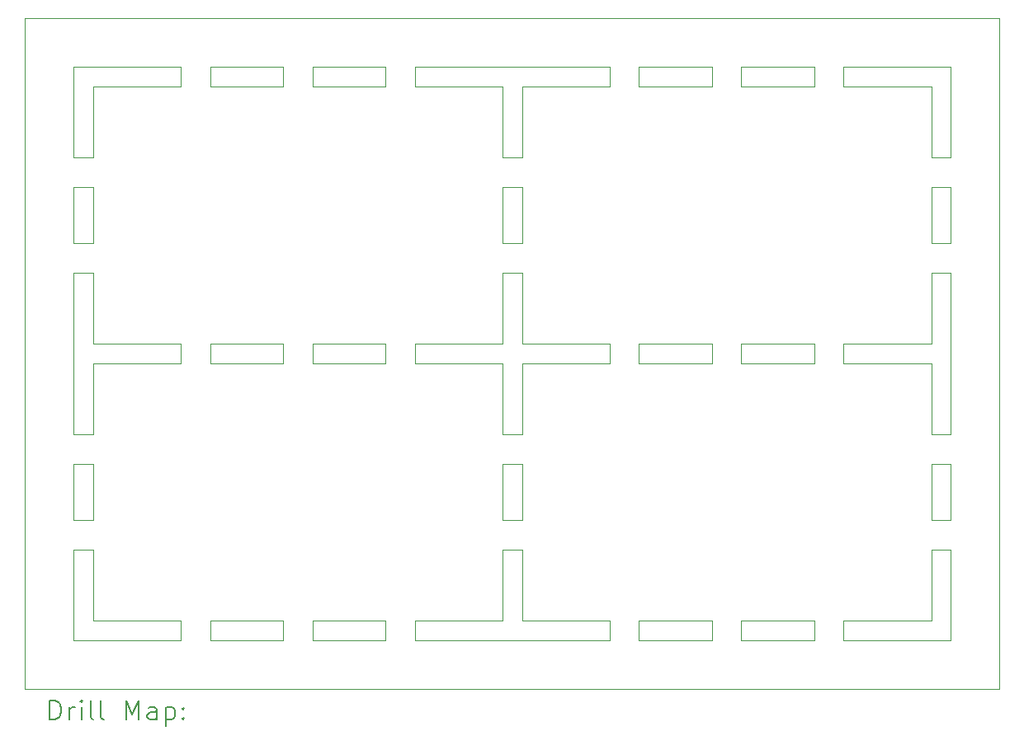
<source format=gbr>
%TF.GenerationSoftware,KiCad,Pcbnew,9.0.4*%
%TF.CreationDate,2025-08-20T18:17:53-04:00*%
%TF.ProjectId,jlc_pcba,6a6c635f-7063-4626-912e-6b696361645f,rev?*%
%TF.SameCoordinates,Original*%
%TF.FileFunction,Drillmap*%
%TF.FilePolarity,Positive*%
%FSLAX45Y45*%
G04 Gerber Fmt 4.5, Leading zero omitted, Abs format (unit mm)*
G04 Created by KiCad (PCBNEW 9.0.4) date 2025-08-20 18:17:53*
%MOMM*%
%LPD*%
G01*
G04 APERTURE LIST*
%ADD10C,0.100000*%
%ADD11C,0.200000*%
G04 APERTURE END LIST*
D10*
X7350000Y-6192000D02*
X8100000Y-6192000D01*
X5100000Y-3346000D02*
X6000000Y-3346000D01*
X500000Y-2314000D02*
X500000Y-1732000D01*
X6300000Y-6192000D02*
X7050000Y-6192000D01*
X6000000Y-3546000D02*
X5100000Y-3546000D01*
X700000Y-4578000D02*
X700000Y-5160000D01*
X5100000Y-4578000D02*
X5100000Y-5160000D01*
X700000Y-5460000D02*
X700000Y-6192000D01*
X4999900Y-5460000D02*
X5000100Y-5460000D01*
X700000Y-5160000D02*
X500000Y-5160000D01*
X9500000Y-5460000D02*
X9500000Y-6392000D01*
X8400000Y-3445900D02*
X8400000Y-3346000D01*
X7350000Y-3446100D02*
X7350000Y-3445900D01*
X5000100Y-5160000D02*
X4999900Y-5160000D01*
X3700000Y-700000D02*
X2950000Y-700000D01*
X500000Y-5160000D02*
X500000Y-4578000D01*
X7050000Y-3446100D02*
X7050000Y-3546000D01*
X2950000Y-3445900D02*
X2950000Y-3346000D01*
X9300000Y-5160000D02*
X9300000Y-4578000D01*
X5100000Y-1432000D02*
X5000100Y-1432000D01*
X8100000Y-6392000D02*
X7350000Y-6392000D01*
X9300000Y-1732000D02*
X9500000Y-1732000D01*
X7350000Y-6392000D02*
X7350000Y-6192000D01*
X700000Y-700000D02*
X700000Y-1432000D01*
X7050000Y-3546000D02*
X6300000Y-3546000D01*
X6300000Y-500000D02*
X7050000Y-500000D01*
X700000Y-3546000D02*
X700000Y-4278000D01*
X7050000Y-3445900D02*
X7050000Y-3446100D01*
X8400000Y-3546000D02*
X8400000Y-3446100D01*
X6300000Y-3346000D02*
X7050000Y-3346000D01*
X1600000Y-500000D02*
X1600000Y-700000D01*
X6000000Y-6392000D02*
X4000000Y-6392000D01*
X700000Y-1432000D02*
X500000Y-1432000D01*
X5000100Y-2614000D02*
X5100000Y-2614000D01*
X4900000Y-700000D02*
X4000000Y-700000D01*
X4999900Y-4578000D02*
X5000100Y-4578000D01*
X3700000Y-3546000D02*
X2950000Y-3546000D01*
X2950000Y-3546000D02*
X2950000Y-3446100D01*
X2650000Y-3446100D02*
X2650000Y-3546000D01*
X7350000Y-700000D02*
X7350000Y-500000D01*
X4000000Y-3445900D02*
X4000000Y-3346000D01*
X5100000Y-700000D02*
X5100000Y-1432000D01*
X4900000Y-4578000D02*
X4999900Y-4578000D01*
X9500000Y-1732000D02*
X9500000Y-2314000D01*
X2950000Y-700000D02*
X2950000Y-500000D01*
X5100000Y-1732000D02*
X5100000Y-2314000D01*
X4000000Y-700000D02*
X4000000Y-500000D01*
X1600000Y-3346000D02*
X1600000Y-3445900D01*
X1600000Y-3446100D02*
X1600000Y-3546000D01*
X8400000Y-700000D02*
X8400000Y-500000D01*
X5100000Y-3546000D02*
X5100000Y-4278000D01*
X700000Y-4278000D02*
X500000Y-4278000D01*
X5000100Y-5460000D02*
X5100000Y-5460000D01*
X1900000Y-3446100D02*
X1900000Y-3445900D01*
X500000Y-500000D02*
X1600000Y-500000D01*
X500000Y-4578000D02*
X700000Y-4578000D01*
X8400000Y-500000D02*
X9500000Y-500000D01*
X700000Y-6192000D02*
X1600000Y-6192000D01*
X6300000Y-3446100D02*
X6300000Y-3445900D01*
X2650000Y-500000D02*
X2650000Y-700000D01*
X2950000Y-6392000D02*
X2950000Y-6192000D01*
X3700000Y-3446100D02*
X3700000Y-3546000D01*
X7050000Y-3346000D02*
X7050000Y-3445900D01*
X4900000Y-5460000D02*
X4999900Y-5460000D01*
X9500000Y-2614000D02*
X9500000Y-4278000D01*
X6000000Y-3446100D02*
X6000000Y-3546000D01*
X2650000Y-3546000D02*
X1900000Y-3546000D01*
X2650000Y-6192000D02*
X2650000Y-6392000D01*
X5100000Y-6192000D02*
X6000000Y-6192000D01*
X7050000Y-500000D02*
X7050000Y-700000D01*
X6300000Y-3445900D02*
X6300000Y-3346000D01*
X3700000Y-3445900D02*
X3700000Y-3446100D01*
X500000Y-4278000D02*
X500000Y-2614000D01*
X4000000Y-500000D02*
X6000000Y-500000D01*
X700000Y-2614000D02*
X700000Y-3346000D01*
X6300000Y-3546000D02*
X6300000Y-3446100D01*
X7050000Y-6392000D02*
X6300000Y-6392000D01*
X4900000Y-2614000D02*
X4999900Y-2614000D01*
X6000000Y-700000D02*
X5100000Y-700000D01*
X3700000Y-3346000D02*
X3700000Y-3445900D01*
X1900000Y-6392000D02*
X1900000Y-6192000D01*
X8400000Y-3446100D02*
X8400000Y-3445900D01*
X4000000Y-3446100D02*
X4000000Y-3445900D01*
X8100000Y-3546000D02*
X7350000Y-3546000D01*
X9500000Y-500000D02*
X9500000Y-1432000D01*
X5100000Y-2614000D02*
X5100000Y-3346000D01*
X9300000Y-2614000D02*
X9500000Y-2614000D01*
X1600000Y-6192000D02*
X1600000Y-6392000D01*
X2650000Y-3346000D02*
X2650000Y-3445900D01*
X8400000Y-6392000D02*
X8400000Y-6192000D01*
X4900000Y-1432000D02*
X4900000Y-700000D01*
X4999900Y-2314000D02*
X4900000Y-2314000D01*
X5100000Y-2314000D02*
X5000100Y-2314000D01*
X6000000Y-500000D02*
X6000000Y-700000D01*
X4999900Y-1732000D02*
X5000100Y-1732000D01*
X0Y0D02*
X0Y-6892000D01*
X9300000Y-4278000D02*
X9300000Y-3546000D01*
X7350000Y-3546000D02*
X7350000Y-3446100D01*
X4900000Y-3546000D02*
X4000000Y-3546000D01*
X2950000Y-3346000D02*
X3700000Y-3346000D01*
X8400000Y-3346000D02*
X9300000Y-3346000D01*
X8400000Y-6192000D02*
X9300000Y-6192000D01*
X5000100Y-4278000D02*
X4999900Y-4278000D01*
X4999900Y-4278000D02*
X4900000Y-4278000D01*
X500000Y-1432000D02*
X500000Y-500000D01*
X4000000Y-3346000D02*
X4900000Y-3346000D01*
X3700000Y-500000D02*
X3700000Y-700000D01*
X9300000Y-5460000D02*
X9500000Y-5460000D01*
X7050000Y-700000D02*
X6300000Y-700000D01*
X6300000Y-700000D02*
X6300000Y-500000D01*
X4999900Y-1432000D02*
X4900000Y-1432000D01*
X2950000Y-3446100D02*
X2950000Y-3445900D01*
X9300000Y-3546000D02*
X8400000Y-3546000D01*
X4999900Y-5160000D02*
X4900000Y-5160000D01*
X4999900Y-2614000D02*
X5000100Y-2614000D01*
X1900000Y-6192000D02*
X2650000Y-6192000D01*
X8100000Y-3445900D02*
X8100000Y-3446100D01*
X700000Y-3346000D02*
X1600000Y-3346000D01*
X8100000Y-700000D02*
X7350000Y-700000D01*
X4900000Y-4278000D02*
X4900000Y-3546000D01*
X10000000Y0D02*
X0Y0D01*
X1900000Y-700000D02*
X1900000Y-500000D01*
X1900000Y-3445900D02*
X1900000Y-3346000D01*
X1900000Y-3546000D02*
X1900000Y-3446100D01*
X9500000Y-6392000D02*
X8400000Y-6392000D01*
X4000000Y-6392000D02*
X4000000Y-6192000D01*
X5100000Y-4278000D02*
X5000100Y-4278000D01*
X1600000Y-3445900D02*
X1600000Y-3446100D01*
X1600000Y-6392000D02*
X500000Y-6392000D01*
X9300000Y-4578000D02*
X9500000Y-4578000D01*
X4000000Y-6192000D02*
X4900000Y-6192000D01*
X5000100Y-1732000D02*
X5100000Y-1732000D01*
X3700000Y-6192000D02*
X3700000Y-6392000D01*
X2950000Y-6192000D02*
X3700000Y-6192000D01*
X500000Y-6392000D02*
X500000Y-5460000D01*
X5100000Y-5160000D02*
X5000100Y-5160000D01*
X6000000Y-3445900D02*
X6000000Y-3446100D01*
X5000100Y-1432000D02*
X4999900Y-1432000D01*
X9500000Y-1432000D02*
X9300000Y-1432000D01*
X4000000Y-3546000D02*
X4000000Y-3446100D01*
X6000000Y-6192000D02*
X6000000Y-6392000D01*
X4900000Y-5160000D02*
X4900000Y-4578000D01*
X1900000Y-500000D02*
X2650000Y-500000D01*
X8100000Y-6192000D02*
X8100000Y-6392000D01*
X2650000Y-3445900D02*
X2650000Y-3446100D01*
X2650000Y-6392000D02*
X1900000Y-6392000D01*
X4900000Y-1732000D02*
X4999900Y-1732000D01*
X500000Y-1732000D02*
X700000Y-1732000D01*
X4900000Y-3346000D02*
X4900000Y-2614000D01*
X7350000Y-3445900D02*
X7350000Y-3346000D01*
X8100000Y-500000D02*
X8100000Y-700000D01*
X700000Y-2314000D02*
X500000Y-2314000D01*
X0Y-6892000D02*
X10000000Y-6892000D01*
X4900000Y-6192000D02*
X4900000Y-5460000D01*
X5000100Y-2314000D02*
X4999900Y-2314000D01*
X2950000Y-500000D02*
X3700000Y-500000D01*
X9300000Y-2314000D02*
X9300000Y-1732000D01*
X9300000Y-700000D02*
X8400000Y-700000D01*
X700000Y-1732000D02*
X700000Y-2314000D01*
X6300000Y-6392000D02*
X6300000Y-6192000D01*
X9500000Y-4578000D02*
X9500000Y-5160000D01*
X10000000Y-6892000D02*
X10000000Y0D01*
X7050000Y-6192000D02*
X7050000Y-6392000D01*
X500000Y-5460000D02*
X700000Y-5460000D01*
X7350000Y-500000D02*
X8100000Y-500000D01*
X9500000Y-5160000D02*
X9300000Y-5160000D01*
X7350000Y-3346000D02*
X8100000Y-3346000D01*
X8100000Y-3346000D02*
X8100000Y-3445900D01*
X9500000Y-2314000D02*
X9300000Y-2314000D01*
X5100000Y-5460000D02*
X5100000Y-6192000D01*
X8100000Y-3446100D02*
X8100000Y-3546000D01*
X4900000Y-2314000D02*
X4900000Y-1732000D01*
X1900000Y-3346000D02*
X2650000Y-3346000D01*
X500000Y-2614000D02*
X700000Y-2614000D01*
X9300000Y-3346000D02*
X9300000Y-2614000D01*
X9500000Y-4278000D02*
X9300000Y-4278000D01*
X6000000Y-3346000D02*
X6000000Y-3445900D01*
X9300000Y-1432000D02*
X9300000Y-700000D01*
X2650000Y-700000D02*
X1900000Y-700000D01*
X5000100Y-4578000D02*
X5100000Y-4578000D01*
X3700000Y-6392000D02*
X2950000Y-6392000D01*
X9300000Y-6192000D02*
X9300000Y-5460000D01*
X1600000Y-3546000D02*
X700000Y-3546000D01*
X1600000Y-700000D02*
X700000Y-700000D01*
D11*
X255777Y-7208484D02*
X255777Y-7008484D01*
X255777Y-7008484D02*
X303396Y-7008484D01*
X303396Y-7008484D02*
X331967Y-7018008D01*
X331967Y-7018008D02*
X351015Y-7037055D01*
X351015Y-7037055D02*
X360539Y-7056103D01*
X360539Y-7056103D02*
X370062Y-7094198D01*
X370062Y-7094198D02*
X370062Y-7122769D01*
X370062Y-7122769D02*
X360539Y-7160865D01*
X360539Y-7160865D02*
X351015Y-7179912D01*
X351015Y-7179912D02*
X331967Y-7198960D01*
X331967Y-7198960D02*
X303396Y-7208484D01*
X303396Y-7208484D02*
X255777Y-7208484D01*
X455777Y-7208484D02*
X455777Y-7075150D01*
X455777Y-7113246D02*
X465301Y-7094198D01*
X465301Y-7094198D02*
X474824Y-7084674D01*
X474824Y-7084674D02*
X493872Y-7075150D01*
X493872Y-7075150D02*
X512920Y-7075150D01*
X579586Y-7208484D02*
X579586Y-7075150D01*
X579586Y-7008484D02*
X570063Y-7018008D01*
X570063Y-7018008D02*
X579586Y-7027531D01*
X579586Y-7027531D02*
X589110Y-7018008D01*
X589110Y-7018008D02*
X579586Y-7008484D01*
X579586Y-7008484D02*
X579586Y-7027531D01*
X703396Y-7208484D02*
X684348Y-7198960D01*
X684348Y-7198960D02*
X674824Y-7179912D01*
X674824Y-7179912D02*
X674824Y-7008484D01*
X808158Y-7208484D02*
X789110Y-7198960D01*
X789110Y-7198960D02*
X779586Y-7179912D01*
X779586Y-7179912D02*
X779586Y-7008484D01*
X1036729Y-7208484D02*
X1036729Y-7008484D01*
X1036729Y-7008484D02*
X1103396Y-7151341D01*
X1103396Y-7151341D02*
X1170063Y-7008484D01*
X1170063Y-7008484D02*
X1170063Y-7208484D01*
X1351015Y-7208484D02*
X1351015Y-7103722D01*
X1351015Y-7103722D02*
X1341491Y-7084674D01*
X1341491Y-7084674D02*
X1322444Y-7075150D01*
X1322444Y-7075150D02*
X1284348Y-7075150D01*
X1284348Y-7075150D02*
X1265301Y-7084674D01*
X1351015Y-7198960D02*
X1331967Y-7208484D01*
X1331967Y-7208484D02*
X1284348Y-7208484D01*
X1284348Y-7208484D02*
X1265301Y-7198960D01*
X1265301Y-7198960D02*
X1255777Y-7179912D01*
X1255777Y-7179912D02*
X1255777Y-7160865D01*
X1255777Y-7160865D02*
X1265301Y-7141817D01*
X1265301Y-7141817D02*
X1284348Y-7132293D01*
X1284348Y-7132293D02*
X1331967Y-7132293D01*
X1331967Y-7132293D02*
X1351015Y-7122769D01*
X1446253Y-7075150D02*
X1446253Y-7275150D01*
X1446253Y-7084674D02*
X1465301Y-7075150D01*
X1465301Y-7075150D02*
X1503396Y-7075150D01*
X1503396Y-7075150D02*
X1522443Y-7084674D01*
X1522443Y-7084674D02*
X1531967Y-7094198D01*
X1531967Y-7094198D02*
X1541491Y-7113246D01*
X1541491Y-7113246D02*
X1541491Y-7170388D01*
X1541491Y-7170388D02*
X1531967Y-7189436D01*
X1531967Y-7189436D02*
X1522443Y-7198960D01*
X1522443Y-7198960D02*
X1503396Y-7208484D01*
X1503396Y-7208484D02*
X1465301Y-7208484D01*
X1465301Y-7208484D02*
X1446253Y-7198960D01*
X1627205Y-7189436D02*
X1636729Y-7198960D01*
X1636729Y-7198960D02*
X1627205Y-7208484D01*
X1627205Y-7208484D02*
X1617682Y-7198960D01*
X1617682Y-7198960D02*
X1627205Y-7189436D01*
X1627205Y-7189436D02*
X1627205Y-7208484D01*
X1627205Y-7084674D02*
X1636729Y-7094198D01*
X1636729Y-7094198D02*
X1627205Y-7103722D01*
X1627205Y-7103722D02*
X1617682Y-7094198D01*
X1617682Y-7094198D02*
X1627205Y-7084674D01*
X1627205Y-7084674D02*
X1627205Y-7103722D01*
M02*

</source>
